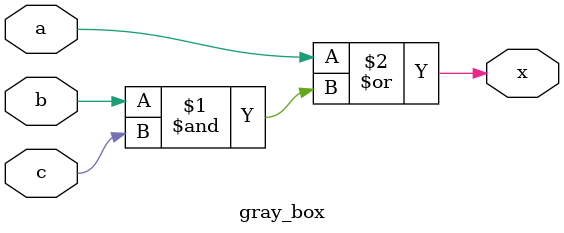
<source format=v>
`timescale 1ns / 1ps

module gray_box(
    input a,
    input b,
    input c,
    output x
	 
    );

assign x=a|(b&c);
endmodule

</source>
